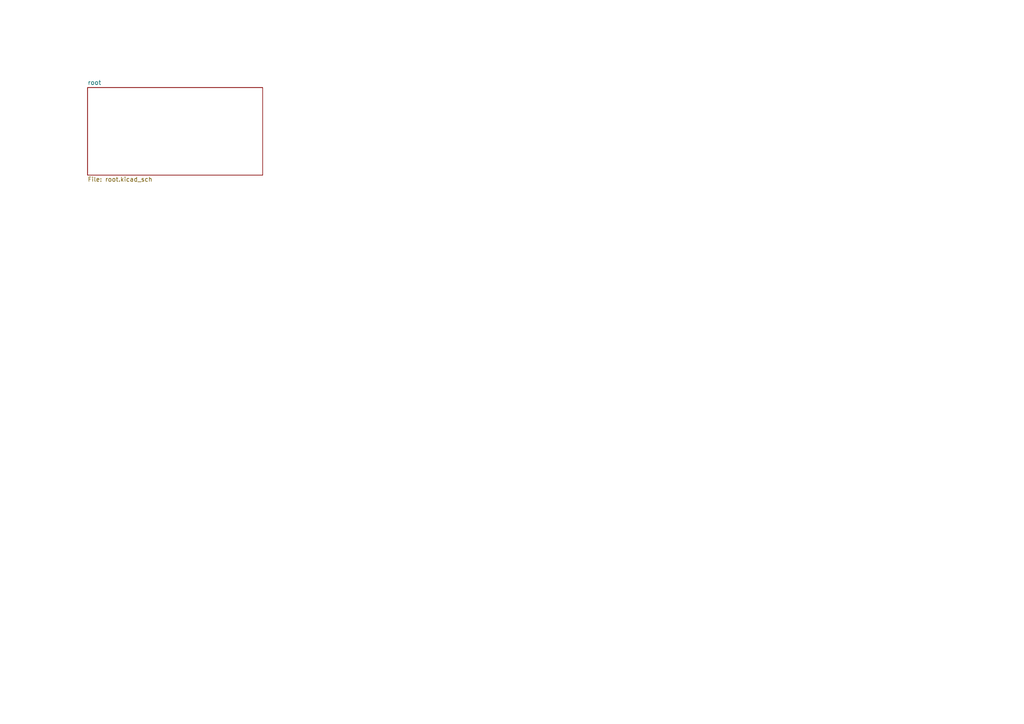
<source format=kicad_sch>
(kicad_sch (version 20250114) (generator "kicad_api")
  (paper "A4")
  (lib_symbols)
  (sheet (at 25.4 25.4) (size 50.8 25.4) (stroke (width 0.1524))
    (property "Sheet name" "root" (at 25.4 24.6884 0) (effects (justify left bottom)))
    (property "Sheet file" "root.kicad_sch" (at 25.4 51.2846 0) (effects (justify left top)))
  )
)
</source>
